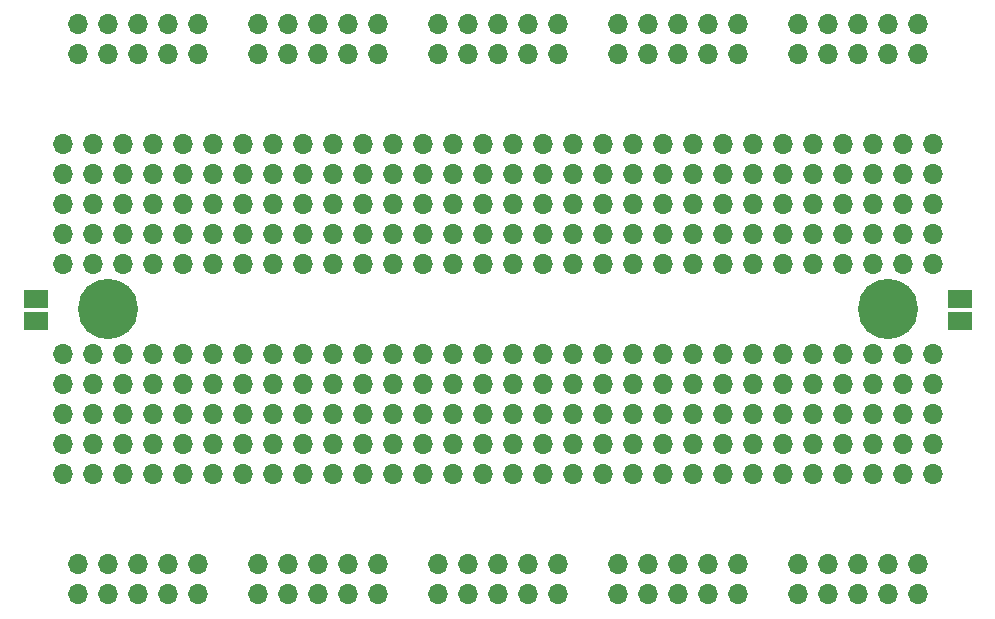
<source format=gbs>
G04 #@! TF.GenerationSoftware,KiCad,Pcbnew,(5.1.8)-1*
G04 #@! TF.CreationDate,2021-02-07T23:28:03+01:00*
G04 #@! TF.ProjectId,Breadboard 400,42726561-6462-46f6-9172-64203430302e,rev?*
G04 #@! TF.SameCoordinates,Original*
G04 #@! TF.FileFunction,Soldermask,Bot*
G04 #@! TF.FilePolarity,Negative*
%FSLAX46Y46*%
G04 Gerber Fmt 4.6, Leading zero omitted, Abs format (unit mm)*
G04 Created by KiCad (PCBNEW (5.1.8)-1) date 2021-02-07 23:28:03*
%MOMM*%
%LPD*%
G01*
G04 APERTURE LIST*
%ADD10O,1.700000X1.700000*%
%ADD11C,5.100000*%
%ADD12R,2.000000X1.500000*%
G04 APERTURE END LIST*
D10*
X158750000Y-73660000D03*
X156210000Y-73660000D03*
X153670000Y-73660000D03*
X151130000Y-73660000D03*
X148590000Y-73660000D03*
X148590000Y-71120000D03*
X151130000Y-71120000D03*
X153670000Y-71120000D03*
X156210000Y-71120000D03*
X158750000Y-71120000D03*
X119380000Y-81280000D03*
X119380000Y-83820000D03*
X119380000Y-86360000D03*
X119380000Y-88900000D03*
X119380000Y-91440000D03*
X119380000Y-99060000D03*
X119380000Y-101600000D03*
X119380000Y-104140000D03*
X119380000Y-106680000D03*
X119380000Y-109220000D03*
X86360000Y-109220000D03*
X86360000Y-106680000D03*
X86360000Y-104140000D03*
X86360000Y-101600000D03*
X86360000Y-99060000D03*
X86360000Y-91440000D03*
X86360000Y-88900000D03*
X86360000Y-86360000D03*
X86360000Y-83820000D03*
X86360000Y-81280000D03*
X109220000Y-109220000D03*
X109220000Y-106680000D03*
X109220000Y-104140000D03*
X109220000Y-101600000D03*
X109220000Y-99060000D03*
X109220000Y-91440000D03*
X109220000Y-88900000D03*
X109220000Y-86360000D03*
X109220000Y-83820000D03*
X109220000Y-81280000D03*
X111760000Y-81280000D03*
X111760000Y-83820000D03*
X111760000Y-86360000D03*
X111760000Y-88900000D03*
X111760000Y-91440000D03*
X111760000Y-99060000D03*
X111760000Y-101600000D03*
X111760000Y-104140000D03*
X111760000Y-106680000D03*
X111760000Y-109220000D03*
X113030000Y-116840000D03*
X110490000Y-116840000D03*
X107950000Y-116840000D03*
X105410000Y-116840000D03*
X102870000Y-116840000D03*
X102870000Y-119380000D03*
X105410000Y-119380000D03*
X107950000Y-119380000D03*
X110490000Y-119380000D03*
X113030000Y-119380000D03*
X88900000Y-81280000D03*
X88900000Y-83820000D03*
X88900000Y-86360000D03*
X88900000Y-88900000D03*
X88900000Y-91440000D03*
X88900000Y-99060000D03*
X88900000Y-101600000D03*
X88900000Y-104140000D03*
X88900000Y-106680000D03*
X88900000Y-109220000D03*
X143510000Y-119380000D03*
X140970000Y-119380000D03*
X138430000Y-119380000D03*
X135890000Y-119380000D03*
X133350000Y-119380000D03*
X133350000Y-116840000D03*
X135890000Y-116840000D03*
X138430000Y-116840000D03*
X140970000Y-116840000D03*
X143510000Y-116840000D03*
X116840000Y-109220000D03*
X116840000Y-106680000D03*
X116840000Y-104140000D03*
X116840000Y-101600000D03*
X116840000Y-99060000D03*
X116840000Y-91440000D03*
X116840000Y-88900000D03*
X116840000Y-86360000D03*
X116840000Y-83820000D03*
X116840000Y-81280000D03*
X128270000Y-116840000D03*
X125730000Y-116840000D03*
X123190000Y-116840000D03*
X120650000Y-116840000D03*
X118110000Y-116840000D03*
X118110000Y-119380000D03*
X120650000Y-119380000D03*
X123190000Y-119380000D03*
X125730000Y-119380000D03*
X128270000Y-119380000D03*
X91440000Y-109220000D03*
X91440000Y-106680000D03*
X91440000Y-104140000D03*
X91440000Y-101600000D03*
X91440000Y-99060000D03*
X91440000Y-91440000D03*
X91440000Y-88900000D03*
X91440000Y-86360000D03*
X91440000Y-83820000D03*
X91440000Y-81280000D03*
X96520000Y-109220000D03*
X96520000Y-106680000D03*
X96520000Y-104140000D03*
X96520000Y-101600000D03*
X96520000Y-99060000D03*
X96520000Y-91440000D03*
X96520000Y-88900000D03*
X96520000Y-86360000D03*
X96520000Y-83820000D03*
X96520000Y-81280000D03*
D11*
X90170000Y-95250000D03*
X156210000Y-95250000D03*
D10*
X106680000Y-109220000D03*
X106680000Y-106680000D03*
X106680000Y-104140000D03*
X106680000Y-101600000D03*
X106680000Y-99060000D03*
X106680000Y-91440000D03*
X106680000Y-88900000D03*
X106680000Y-86360000D03*
X106680000Y-83820000D03*
X106680000Y-81280000D03*
X99060000Y-81280000D03*
X99060000Y-83820000D03*
X99060000Y-86360000D03*
X99060000Y-88900000D03*
X99060000Y-91440000D03*
X99060000Y-99060000D03*
X99060000Y-101600000D03*
X99060000Y-104140000D03*
X99060000Y-106680000D03*
X99060000Y-109220000D03*
X104140000Y-81280000D03*
X104140000Y-83820000D03*
X104140000Y-86360000D03*
X104140000Y-88900000D03*
X104140000Y-91440000D03*
X104140000Y-99060000D03*
X104140000Y-101600000D03*
X104140000Y-104140000D03*
X104140000Y-106680000D03*
X104140000Y-109220000D03*
X101600000Y-109220000D03*
X101600000Y-106680000D03*
X101600000Y-104140000D03*
X101600000Y-101600000D03*
X101600000Y-99060000D03*
X101600000Y-91440000D03*
X101600000Y-88900000D03*
X101600000Y-86360000D03*
X101600000Y-83820000D03*
X101600000Y-81280000D03*
X93980000Y-81280000D03*
X93980000Y-83820000D03*
X93980000Y-86360000D03*
X93980000Y-88900000D03*
X93980000Y-91440000D03*
X93980000Y-99060000D03*
X93980000Y-101600000D03*
X93980000Y-104140000D03*
X93980000Y-106680000D03*
X93980000Y-109220000D03*
D12*
X84074000Y-96266000D03*
X84074000Y-94361000D03*
X162306000Y-96266000D03*
X162306000Y-94361000D03*
D10*
X97790000Y-73660000D03*
X95250000Y-73660000D03*
X92710000Y-73660000D03*
X90170000Y-73660000D03*
X87630000Y-73660000D03*
X87630000Y-71120000D03*
X90170000Y-71120000D03*
X92710000Y-71120000D03*
X95250000Y-71120000D03*
X97790000Y-71120000D03*
X158750000Y-116840000D03*
X156210000Y-116840000D03*
X153670000Y-116840000D03*
X151130000Y-116840000D03*
X148590000Y-116840000D03*
X148590000Y-119380000D03*
X151130000Y-119380000D03*
X153670000Y-119380000D03*
X156210000Y-119380000D03*
X158750000Y-119380000D03*
X97790000Y-119380000D03*
X95250000Y-119380000D03*
X92710000Y-119380000D03*
X90170000Y-119380000D03*
X87630000Y-119380000D03*
X87630000Y-116840000D03*
X90170000Y-116840000D03*
X92710000Y-116840000D03*
X95250000Y-116840000D03*
X97790000Y-116840000D03*
X128270000Y-71120000D03*
X125730000Y-71120000D03*
X123190000Y-71120000D03*
X120650000Y-71120000D03*
X118110000Y-71120000D03*
X118110000Y-73660000D03*
X120650000Y-73660000D03*
X123190000Y-73660000D03*
X125730000Y-73660000D03*
X128270000Y-73660000D03*
X113030000Y-73660000D03*
X110490000Y-73660000D03*
X107950000Y-73660000D03*
X105410000Y-73660000D03*
X102870000Y-73660000D03*
X102870000Y-71120000D03*
X105410000Y-71120000D03*
X107950000Y-71120000D03*
X110490000Y-71120000D03*
X113030000Y-71120000D03*
X143510000Y-71120000D03*
X140970000Y-71120000D03*
X138430000Y-71120000D03*
X135890000Y-71120000D03*
X133350000Y-71120000D03*
X133350000Y-73660000D03*
X135890000Y-73660000D03*
X138430000Y-73660000D03*
X140970000Y-73660000D03*
X143510000Y-73660000D03*
X149860000Y-81280000D03*
X149860000Y-83820000D03*
X149860000Y-86360000D03*
X149860000Y-88900000D03*
X149860000Y-91440000D03*
X149860000Y-99060000D03*
X149860000Y-101600000D03*
X149860000Y-104140000D03*
X149860000Y-106680000D03*
X149860000Y-109220000D03*
X147320000Y-109220000D03*
X147320000Y-106680000D03*
X147320000Y-104140000D03*
X147320000Y-101600000D03*
X147320000Y-99060000D03*
X147320000Y-91440000D03*
X147320000Y-88900000D03*
X147320000Y-86360000D03*
X147320000Y-83820000D03*
X147320000Y-81280000D03*
X144780000Y-81280000D03*
X144780000Y-83820000D03*
X144780000Y-86360000D03*
X144780000Y-88900000D03*
X144780000Y-91440000D03*
X144780000Y-99060000D03*
X144780000Y-101600000D03*
X144780000Y-104140000D03*
X144780000Y-106680000D03*
X144780000Y-109220000D03*
X142240000Y-109220000D03*
X142240000Y-106680000D03*
X142240000Y-104140000D03*
X142240000Y-101600000D03*
X142240000Y-99060000D03*
X142240000Y-91440000D03*
X142240000Y-88900000D03*
X142240000Y-86360000D03*
X142240000Y-83820000D03*
X142240000Y-81280000D03*
X139700000Y-109220000D03*
X139700000Y-106680000D03*
X139700000Y-104140000D03*
X139700000Y-101600000D03*
X139700000Y-99060000D03*
X139700000Y-91440000D03*
X139700000Y-88900000D03*
X139700000Y-86360000D03*
X139700000Y-83820000D03*
X139700000Y-81280000D03*
X137160000Y-81280000D03*
X137160000Y-83820000D03*
X137160000Y-86360000D03*
X137160000Y-88900000D03*
X137160000Y-91440000D03*
X137160000Y-99060000D03*
X137160000Y-101600000D03*
X137160000Y-104140000D03*
X137160000Y-106680000D03*
X137160000Y-109220000D03*
X134620000Y-109220000D03*
X134620000Y-106680000D03*
X134620000Y-104140000D03*
X134620000Y-101600000D03*
X134620000Y-99060000D03*
X134620000Y-91440000D03*
X134620000Y-88900000D03*
X134620000Y-86360000D03*
X134620000Y-83820000D03*
X134620000Y-81280000D03*
X132080000Y-81280000D03*
X132080000Y-83820000D03*
X132080000Y-86360000D03*
X132080000Y-88900000D03*
X132080000Y-91440000D03*
X132080000Y-99060000D03*
X132080000Y-101600000D03*
X132080000Y-104140000D03*
X132080000Y-106680000D03*
X132080000Y-109220000D03*
X129540000Y-109220000D03*
X129540000Y-106680000D03*
X129540000Y-104140000D03*
X129540000Y-101600000D03*
X129540000Y-99060000D03*
X129540000Y-91440000D03*
X129540000Y-88900000D03*
X129540000Y-86360000D03*
X129540000Y-83820000D03*
X129540000Y-81280000D03*
X127000000Y-81280000D03*
X127000000Y-83820000D03*
X127000000Y-86360000D03*
X127000000Y-88900000D03*
X127000000Y-91440000D03*
X127000000Y-99060000D03*
X127000000Y-101600000D03*
X127000000Y-104140000D03*
X127000000Y-106680000D03*
X127000000Y-109220000D03*
X124460000Y-109220000D03*
X124460000Y-106680000D03*
X124460000Y-104140000D03*
X124460000Y-101600000D03*
X124460000Y-99060000D03*
X124460000Y-91440000D03*
X124460000Y-88900000D03*
X124460000Y-86360000D03*
X124460000Y-83820000D03*
X124460000Y-81280000D03*
X121920000Y-81280000D03*
X121920000Y-83820000D03*
X121920000Y-86360000D03*
X121920000Y-88900000D03*
X121920000Y-91440000D03*
X121920000Y-99060000D03*
X121920000Y-101600000D03*
X121920000Y-104140000D03*
X121920000Y-106680000D03*
X121920000Y-109220000D03*
X114300000Y-109220000D03*
X114300000Y-106680000D03*
X114300000Y-104140000D03*
X114300000Y-101600000D03*
X114300000Y-99060000D03*
X114300000Y-91440000D03*
X114300000Y-88900000D03*
X114300000Y-86360000D03*
X114300000Y-83820000D03*
X114300000Y-81280000D03*
X152400000Y-109220000D03*
X152400000Y-106680000D03*
X152400000Y-104140000D03*
X152400000Y-101600000D03*
X152400000Y-99060000D03*
X152400000Y-91440000D03*
X152400000Y-88900000D03*
X152400000Y-86360000D03*
X152400000Y-83820000D03*
X152400000Y-81280000D03*
X154940000Y-81280000D03*
X154940000Y-83820000D03*
X154940000Y-86360000D03*
X154940000Y-88900000D03*
X154940000Y-91440000D03*
X154940000Y-99060000D03*
X154940000Y-101600000D03*
X154940000Y-104140000D03*
X154940000Y-106680000D03*
X154940000Y-109220000D03*
X157480000Y-109220000D03*
X157480000Y-106680000D03*
X157480000Y-104140000D03*
X157480000Y-101600000D03*
X157480000Y-99060000D03*
X157480000Y-91440000D03*
X157480000Y-88900000D03*
X157480000Y-86360000D03*
X157480000Y-83820000D03*
X157480000Y-81280000D03*
X160020000Y-81280000D03*
X160020000Y-83820000D03*
X160020000Y-86360000D03*
X160020000Y-88900000D03*
X160020000Y-91440000D03*
X160020000Y-99060000D03*
X160020000Y-101600000D03*
X160020000Y-104140000D03*
X160020000Y-106680000D03*
X160020000Y-109220000D03*
M02*

</source>
